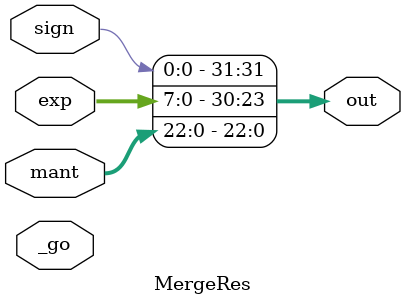
<source format=sv>
module Slice30_23
(
    input logic _go,
    input logic [31:0] in,
    output logic [7:0] out
);
    assign out = in[30:23];
endmodule

// Returns in[23:1]
module Slice23_1
(
    input logic _go,
    input logic [23:0] in,
    output logic [22:0] out
);
    assign out = in[23:1];
endmodule

// Returns input[20:0]
module Slice22_0
(
    input logic _go,
    input logic [31:0] in,
    output logic [22:0] out
);
    assign out = in[22:0];
endmodule

module IsZero #(
    parameter WIDTH = 32
)
(
    input logic _go,
    input logic [WIDTH-1:0] in,
    output logic out
);
    assign out = in == '0;
endmodule

module IsOne (
    input logic _go,
    input logic in,
    output logic out
);
    assign out = in == '1;
endmodule

// Computes out = {1'b1,in[22:1]};
module NormInp
(
    input logic _go,
    input logic [22:0] in,
    output logic [22:0] out
);
    assign out = {1'b1,in[22:1]};
endmodule

module ShiftRight23
(
    input logic _go,
    input logic [22:0] in,
    input logic [7:0] amount,
    output logic [22:0] out
);
    assign out = in >> amount;
endmodule

module ShiftLeft24
(
    input logic _go,
    input logic [23:0] in,
    input logic [3:0] amount,
    output logic [23:0] out
);
    assign out = in << amount;
endmodule

module MergeRes(
    input logic _go,
    input logic sign,
    input logic [7:0] exp,
    input logic [22:0] mant,
    output logic [31:0] out
);
    assign out = { sign, exp, mant };
endmodule
</source>
